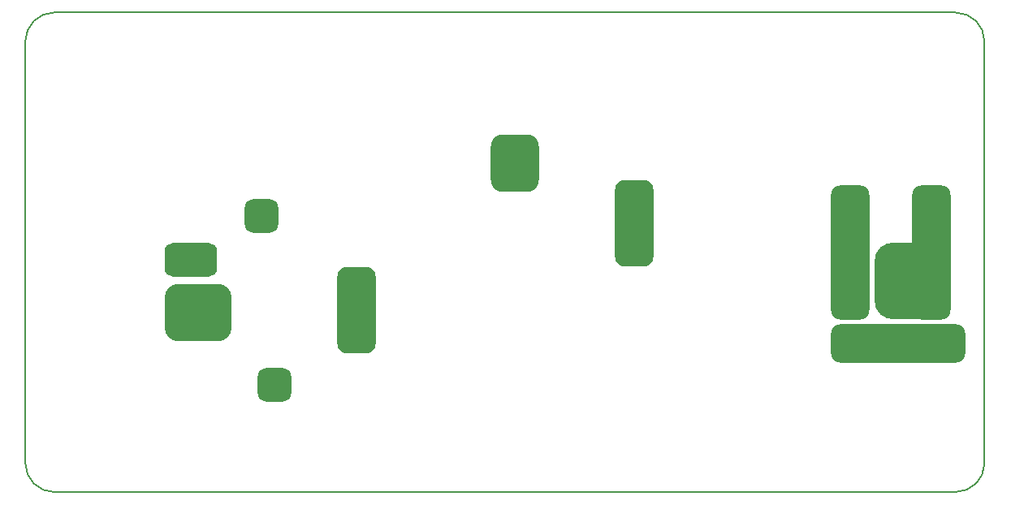
<source format=gbp>
%FSTAX43Y43*%
%MOMM*%
G71*
G01*
G75*
G04 Layer_Color=128*
%ADD10R,2.500X3.300*%
%ADD11R,1.500X1.900*%
%ADD12R,1.600X0.300*%
%ADD13R,3.400X9.700*%
%ADD14R,0.400X0.455*%
%ADD15R,1.050X1.100*%
%ADD16R,0.400X0.850*%
%ADD17C,1.500*%
%ADD18R,1.400X0.700*%
%ADD19R,3.800X4.500*%
%ADD20R,0.900X0.900*%
%ADD21R,1.700X1.700*%
%ADD22R,1.000X1.400*%
%ADD23R,1.700X1.700*%
%ADD24R,1.300X1.900*%
%ADD25R,0.650X1.600*%
%ADD26R,1.000X5.500*%
%ADD27R,1.600X3.000*%
%ADD28R,4.000X7.000*%
%ADD29R,0.300X0.800*%
%ADD30R,3.300X2.500*%
%ADD31R,1.000X1.500*%
%ADD32R,1.900X1.500*%
%ADD33R,3.000X2.500*%
%ADD34R,3.500X1.500*%
%ADD35R,0.900X1.200*%
%ADD36R,0.900X0.900*%
%ADD37R,0.455X0.400*%
%ADD38R,1.100X1.050*%
%ADD39R,0.850X0.400*%
%ADD40R,1.499X3.404*%
%ADD41R,0.600X0.600*%
%ADD42R,0.400X0.700*%
G04:AMPARAMS|DCode=43|XSize=2.51mm|YSize=2.55mm|CornerRadius=0.063mm|HoleSize=0mm|Usage=FLASHONLY|Rotation=270.000|XOffset=0mm|YOffset=0mm|HoleType=Round|Shape=RoundedRectangle|*
%AMROUNDEDRECTD43*
21,1,2.510,2.425,0,0,270.0*
21,1,2.385,2.550,0,0,270.0*
1,1,0.126,-1.212,-1.192*
1,1,0.126,-1.212,1.192*
1,1,0.126,1.212,1.192*
1,1,0.126,1.212,-1.192*
%
%ADD43ROUNDEDRECTD43*%
%ADD44R,0.753X3.600*%
%ADD45R,3.404X1.499*%
%ADD46R,0.700X0.400*%
G04:AMPARAMS|DCode=47|XSize=2.51mm|YSize=2.55mm|CornerRadius=0.063mm|HoleSize=0mm|Usage=FLASHONLY|Rotation=0.000|XOffset=0mm|YOffset=0mm|HoleType=Round|Shape=RoundedRectangle|*
%AMROUNDEDRECTD47*
21,1,2.510,2.425,0,0,0.0*
21,1,2.385,2.550,0,0,0.0*
1,1,0.126,1.192,-1.212*
1,1,0.126,-1.192,-1.212*
1,1,0.126,-1.192,1.212*
1,1,0.126,1.192,1.212*
%
%ADD47ROUNDEDRECTD47*%
%ADD48R,2.500X1.000*%
%ADD49R,1.400X1.000*%
%ADD50R,0.700X1.400*%
%ADD51R,4.500X3.800*%
%ADD52R,0.600X0.600*%
%ADD53R,4.700X1.250*%
%ADD54C,1.000*%
%ADD55C,0.600*%
%ADD56C,0.500*%
%ADD57C,0.300*%
%ADD58C,1.500*%
%ADD59C,0.900*%
%ADD60C,0.400*%
%ADD61C,1.700*%
%ADD62R,11.700X1.200*%
%ADD63R,4.000X11.800*%
%ADD64R,2.500X1.250*%
%ADD65R,2.500X7.100*%
%ADD66R,5.300X3.150*%
%ADD67R,6.100X1.000*%
%ADD68R,2.500X2.100*%
%ADD69R,13.900X1.900*%
%ADD70R,6.600X1.900*%
%ADD71R,3.200X8.500*%
%ADD72R,1.400X10.500*%
%ADD73R,3.300X1.500*%
%ADD74R,1.500X9.100*%
%ADD75R,1.100X3.875*%
%ADD76R,7.900X4.400*%
%ADD77R,3.200X0.600*%
%ADD78R,3.875X1.600*%
%ADD79R,15.400X1.900*%
%ADD80R,2.500X9.900*%
%ADD81R,3.400X4.200*%
%ADD82R,8.300X5.400*%
%ADD83R,24.000X2.700*%
%ADD84R,3.000X2.800*%
%ADD85R,2.900X11.200*%
%ADD86R,1.400X3.600*%
%ADD87R,4.200X1.450*%
%ADD88R,3.400X0.800*%
%ADD89R,1.000X9.300*%
%ADD90R,4.200X0.900*%
%ADD91R,3.400X5.700*%
%ADD92R,7.100X3.400*%
%ADD93R,4.400X8.250*%
%ADD94R,3.800X7.000*%
%ADD95R,4.400X13.600*%
%ADD96R,1.800X7.200*%
%ADD97R,5.100X10.400*%
%ADD98R,5.100X4.000*%
%ADD99R,7.200X5.500*%
%ADD100R,8.400X1.300*%
%ADD101R,6.100X3.100*%
%ADD102C,0.200*%
%ADD103R,2.000X2.000*%
%ADD104C,2.000*%
%ADD105C,0.500*%
%ADD106O,5.080X3.500*%
%ADD107O,3.000X4.000*%
%ADD108O,4.000X3.000*%
%ADD109C,0.700*%
%ADD110O,2.000X4.000*%
%ADD111C,1.700*%
%ADD112C,1.600*%
%ADD113R,1.600X1.600*%
%ADD114C,0.600*%
G04:AMPARAMS|DCode=115|XSize=14mm|YSize=4mm|CornerRadius=1mm|HoleSize=0mm|Usage=FLASHONLY|Rotation=0.000|XOffset=0mm|YOffset=0mm|HoleType=Round|Shape=RoundedRectangle|*
%AMROUNDEDRECTD115*
21,1,14.000,2.000,0,0,0.0*
21,1,12.000,4.000,0,0,0.0*
1,1,2.000,6.000,-1.000*
1,1,2.000,-6.000,-1.000*
1,1,2.000,-6.000,1.000*
1,1,2.000,6.000,1.000*
%
%ADD115ROUNDEDRECTD115*%
G04:AMPARAMS|DCode=116|XSize=14mm|YSize=4mm|CornerRadius=1mm|HoleSize=0mm|Usage=FLASHONLY|Rotation=270.000|XOffset=0mm|YOffset=0mm|HoleType=Round|Shape=RoundedRectangle|*
%AMROUNDEDRECTD116*
21,1,14.000,2.000,0,0,270.0*
21,1,12.000,4.000,0,0,270.0*
1,1,2.000,-1.000,-6.000*
1,1,2.000,-1.000,6.000*
1,1,2.000,1.000,6.000*
1,1,2.000,1.000,-6.000*
%
%ADD116ROUNDEDRECTD116*%
G04:AMPARAMS|DCode=117|XSize=8mm|YSize=8mm|CornerRadius=2mm|HoleSize=0mm|Usage=FLASHONLY|Rotation=270.000|XOffset=0mm|YOffset=0mm|HoleType=Round|Shape=RoundedRectangle|*
%AMROUNDEDRECTD117*
21,1,8.000,4.000,0,0,270.0*
21,1,4.000,8.000,0,0,270.0*
1,1,4.000,-2.000,-2.000*
1,1,4.000,-2.000,2.000*
1,1,4.000,2.000,2.000*
1,1,4.000,2.000,-2.000*
%
%ADD117ROUNDEDRECTD117*%
G04:AMPARAMS|DCode=118|XSize=9mm|YSize=4mm|CornerRadius=1mm|HoleSize=0mm|Usage=FLASHONLY|Rotation=270.000|XOffset=0mm|YOffset=0mm|HoleType=Round|Shape=RoundedRectangle|*
%AMROUNDEDRECTD118*
21,1,9.000,2.000,0,0,270.0*
21,1,7.000,4.000,0,0,270.0*
1,1,2.000,-1.000,-3.500*
1,1,2.000,-1.000,3.500*
1,1,2.000,1.000,3.500*
1,1,2.000,1.000,-3.500*
%
%ADD118ROUNDEDRECTD118*%
G04:AMPARAMS|DCode=119|XSize=3.5mm|YSize=5.5mm|CornerRadius=0.875mm|HoleSize=0mm|Usage=FLASHONLY|Rotation=270.000|XOffset=0mm|YOffset=0mm|HoleType=Round|Shape=RoundedRectangle|*
%AMROUNDEDRECTD119*
21,1,3.500,3.750,0,0,270.0*
21,1,1.750,5.500,0,0,270.0*
1,1,1.750,-1.875,-0.875*
1,1,1.750,-1.875,0.875*
1,1,1.750,1.875,0.875*
1,1,1.750,1.875,-0.875*
%
%ADD119ROUNDEDRECTD119*%
G04:AMPARAMS|DCode=120|XSize=3.5mm|YSize=3.5mm|CornerRadius=0.875mm|HoleSize=0mm|Usage=FLASHONLY|Rotation=270.000|XOffset=0mm|YOffset=0mm|HoleType=Round|Shape=RoundedRectangle|*
%AMROUNDEDRECTD120*
21,1,3.500,1.750,0,0,270.0*
21,1,1.750,3.500,0,0,270.0*
1,1,1.750,-0.875,-0.875*
1,1,1.750,-0.875,0.875*
1,1,1.750,0.875,0.875*
1,1,1.750,0.875,-0.875*
%
%ADD120ROUNDEDRECTD120*%
G04:AMPARAMS|DCode=121|XSize=6mm|YSize=5mm|CornerRadius=1.25mm|HoleSize=0mm|Usage=FLASHONLY|Rotation=270.000|XOffset=0mm|YOffset=0mm|HoleType=Round|Shape=RoundedRectangle|*
%AMROUNDEDRECTD121*
21,1,6.000,2.500,0,0,270.0*
21,1,3.500,5.000,0,0,270.0*
1,1,2.500,-1.250,-1.750*
1,1,2.500,-1.250,1.750*
1,1,2.500,1.250,1.750*
1,1,2.500,1.250,-1.750*
%
%ADD121ROUNDEDRECTD121*%
G04:AMPARAMS|DCode=122|XSize=6mm|YSize=7mm|CornerRadius=1.5mm|HoleSize=0mm|Usage=FLASHONLY|Rotation=270.000|XOffset=0mm|YOffset=0mm|HoleType=Round|Shape=RoundedRectangle|*
%AMROUNDEDRECTD122*
21,1,6.000,4.000,0,0,270.0*
21,1,3.000,7.000,0,0,270.0*
1,1,3.000,-2.000,-1.500*
1,1,3.000,-2.000,1.500*
1,1,3.000,2.000,1.500*
1,1,3.000,2.000,-1.500*
%
%ADD122ROUNDEDRECTD122*%
%ADD123C,2.000*%
%ADD124R,14.000X6.100*%
%ADD125C,0.100*%
%ADD126C,0.254*%
%ADD127C,0.152*%
%ADD128R,0.689X0.189*%
%ADD129R,2.703X3.503*%
%ADD130R,1.652X2.052*%
%ADD131C,1.703*%
%ADD132R,1.603X0.903*%
%ADD133R,4.003X4.703*%
%ADD134R,1.154X1.154*%
%ADD135R,1.903X1.903*%
%ADD136R,1.254X1.654*%
%ADD137R,1.903X1.903*%
%ADD138R,1.503X2.103*%
%ADD139R,0.853X1.803*%
%ADD140R,1.203X5.703*%
%ADD141R,1.803X3.203*%
%ADD142R,3.503X2.703*%
%ADD143R,1.254X1.754*%
%ADD144R,2.052X1.652*%
%ADD145R,3.703X1.703*%
%ADD146R,1.100X1.400*%
%ADD147R,1.154X1.154*%
%ADD148R,0.854X0.854*%
%ADD149R,0.603X0.903*%
G04:AMPARAMS|DCode=150|XSize=2.713mm|YSize=2.753mm|CornerRadius=0.164mm|HoleSize=0mm|Usage=FLASHONLY|Rotation=270.000|XOffset=0mm|YOffset=0mm|HoleType=Round|Shape=RoundedRectangle|*
%AMROUNDEDRECTD150*
21,1,2.713,2.425,0,0,270.0*
21,1,2.385,2.753,0,0,270.0*
1,1,0.329,-1.212,-1.192*
1,1,0.329,-1.212,1.192*
1,1,0.329,1.212,1.192*
1,1,0.329,1.212,-1.192*
%
%ADD150ROUNDEDRECTD150*%
%ADD151R,0.903X0.603*%
G04:AMPARAMS|DCode=152|XSize=2.713mm|YSize=2.753mm|CornerRadius=0.164mm|HoleSize=0mm|Usage=FLASHONLY|Rotation=0.000|XOffset=0mm|YOffset=0mm|HoleType=Round|Shape=RoundedRectangle|*
%AMROUNDEDRECTD152*
21,1,2.713,2.425,0,0,0.0*
21,1,2.385,2.753,0,0,0.0*
1,1,0.329,1.192,-1.212*
1,1,0.329,-1.192,-1.212*
1,1,0.329,-1.192,1.212*
1,1,0.329,1.192,1.212*
%
%ADD152ROUNDEDRECTD152*%
%ADD153R,2.703X1.203*%
%ADD154R,1.654X1.254*%
%ADD155R,0.903X1.603*%
%ADD156R,4.703X4.003*%
%ADD157R,0.854X0.854*%
%ADD158R,2.203X2.203*%
%ADD159C,2.203*%
%ADD160O,5.334X3.754*%
%ADD161O,3.200X4.200*%
%ADD162O,4.200X3.200*%
%ADD163C,0.903*%
%ADD164O,2.203X4.203*%
%ADD165C,0.703*%
%ADD166C,1.852*%
%ADD167R,1.852X1.852*%
%ADD168C,1.803*%
%ADD169R,1.803X1.803*%
G04:AMPARAMS|DCode=170|XSize=13.7mm|YSize=3.7mm|CornerRadius=0.85mm|HoleSize=0mm|Usage=FLASHONLY|Rotation=0.000|XOffset=0mm|YOffset=0mm|HoleType=Round|Shape=RoundedRectangle|*
%AMROUNDEDRECTD170*
21,1,13.700,2.000,0,0,0.0*
21,1,12.000,3.700,0,0,0.0*
1,1,1.700,6.000,-1.000*
1,1,1.700,-6.000,-1.000*
1,1,1.700,-6.000,1.000*
1,1,1.700,6.000,1.000*
%
%ADD170ROUNDEDRECTD170*%
G04:AMPARAMS|DCode=171|XSize=13.7mm|YSize=3.7mm|CornerRadius=0.85mm|HoleSize=0mm|Usage=FLASHONLY|Rotation=270.000|XOffset=0mm|YOffset=0mm|HoleType=Round|Shape=RoundedRectangle|*
%AMROUNDEDRECTD171*
21,1,13.700,2.000,0,0,270.0*
21,1,12.000,3.700,0,0,270.0*
1,1,1.700,-1.000,-6.000*
1,1,1.700,-1.000,6.000*
1,1,1.700,1.000,6.000*
1,1,1.700,1.000,-6.000*
%
%ADD171ROUNDEDRECTD171*%
G04:AMPARAMS|DCode=172|XSize=7.7mm|YSize=7.7mm|CornerRadius=1.85mm|HoleSize=0mm|Usage=FLASHONLY|Rotation=270.000|XOffset=0mm|YOffset=0mm|HoleType=Round|Shape=RoundedRectangle|*
%AMROUNDEDRECTD172*
21,1,7.700,4.000,0,0,270.0*
21,1,4.000,7.700,0,0,270.0*
1,1,3.700,-2.000,-2.000*
1,1,3.700,-2.000,2.000*
1,1,3.700,2.000,2.000*
1,1,3.700,2.000,-2.000*
%
%ADD172ROUNDEDRECTD172*%
G04:AMPARAMS|DCode=173|XSize=8.7mm|YSize=3.7mm|CornerRadius=0.85mm|HoleSize=0mm|Usage=FLASHONLY|Rotation=270.000|XOffset=0mm|YOffset=0mm|HoleType=Round|Shape=RoundedRectangle|*
%AMROUNDEDRECTD173*
21,1,8.700,2.000,0,0,270.0*
21,1,7.000,3.700,0,0,270.0*
1,1,1.700,-1.000,-3.500*
1,1,1.700,-1.000,3.500*
1,1,1.700,1.000,3.500*
1,1,1.700,1.000,-3.500*
%
%ADD173ROUNDEDRECTD173*%
G04:AMPARAMS|DCode=174|XSize=2.9mm|YSize=4.9mm|CornerRadius=0.575mm|HoleSize=0mm|Usage=FLASHONLY|Rotation=270.000|XOffset=0mm|YOffset=0mm|HoleType=Round|Shape=RoundedRectangle|*
%AMROUNDEDRECTD174*
21,1,2.900,3.750,0,0,270.0*
21,1,1.750,4.900,0,0,270.0*
1,1,1.150,-1.875,-0.875*
1,1,1.150,-1.875,0.875*
1,1,1.150,1.875,0.875*
1,1,1.150,1.875,-0.875*
%
%ADD174ROUNDEDRECTD174*%
G04:AMPARAMS|DCode=175|XSize=3mm|YSize=3mm|CornerRadius=0.625mm|HoleSize=0mm|Usage=FLASHONLY|Rotation=270.000|XOffset=0mm|YOffset=0mm|HoleType=Round|Shape=RoundedRectangle|*
%AMROUNDEDRECTD175*
21,1,3.000,1.750,0,0,270.0*
21,1,1.750,3.000,0,0,270.0*
1,1,1.250,-0.875,-0.875*
1,1,1.250,-0.875,0.875*
1,1,1.250,0.875,0.875*
1,1,1.250,0.875,-0.875*
%
%ADD175ROUNDEDRECTD175*%
G04:AMPARAMS|DCode=176|XSize=3.2mm|YSize=3.2mm|CornerRadius=0.725mm|HoleSize=0mm|Usage=FLASHONLY|Rotation=270.000|XOffset=0mm|YOffset=0mm|HoleType=Round|Shape=RoundedRectangle|*
%AMROUNDEDRECTD176*
21,1,3.200,1.750,0,0,270.0*
21,1,1.750,3.200,0,0,270.0*
1,1,1.450,-0.875,-0.875*
1,1,1.450,-0.875,0.875*
1,1,1.450,0.875,0.875*
1,1,1.450,0.875,-0.875*
%
%ADD176ROUNDEDRECTD176*%
G04:AMPARAMS|DCode=177|XSize=5.8mm|YSize=4.8mm|CornerRadius=1.15mm|HoleSize=0mm|Usage=FLASHONLY|Rotation=270.000|XOffset=0mm|YOffset=0mm|HoleType=Round|Shape=RoundedRectangle|*
%AMROUNDEDRECTD177*
21,1,5.800,2.500,0,0,270.0*
21,1,3.500,4.800,0,0,270.0*
1,1,2.300,-1.250,-1.750*
1,1,2.300,-1.250,1.750*
1,1,2.300,1.250,1.750*
1,1,2.300,1.250,-1.750*
%
%ADD177ROUNDEDRECTD177*%
G04:AMPARAMS|DCode=178|XSize=5mm|YSize=6mm|CornerRadius=1mm|HoleSize=0mm|Usage=FLASHONLY|Rotation=270.000|XOffset=0mm|YOffset=0mm|HoleType=Round|Shape=RoundedRectangle|*
%AMROUNDEDRECTD178*
21,1,5.000,4.000,0,0,270.0*
21,1,3.000,6.000,0,0,270.0*
1,1,2.000,-2.000,-1.500*
1,1,2.000,-2.000,1.500*
1,1,2.000,2.000,1.500*
1,1,2.000,2.000,-1.500*
%
%ADD178ROUNDEDRECTD178*%
D102*
X0313299Y0203571D02*
G03*
X0316299Y0206571I0J0003D01*
G01*
X0316299Y0250571D02*
G03*
X0313299Y0253571I-0003J0D01*
G01*
X0219299Y0253571D02*
G03*
X0216299Y0250571I0J-0003D01*
G01*
X0216299Y0206571D02*
G03*
X0219299Y0203571I0003J0D01*
G01*
X0219299Y0253571D02*
X0313299Y0253571D01*
X0316299Y0206571D02*
X0316299Y0250571D01*
X0219299Y0203571D02*
X0313299Y0203571D01*
X0216299Y0206571D02*
X0216299Y0250571D01*
D115*
X0307299Y0219071D02*
D03*
D116*
X0310799Y0228571D02*
D03*
X0302299Y0228571D02*
D03*
D117*
X0308799Y0225571D02*
D03*
D118*
X0250799Y0222571D02*
D03*
X0279799Y0231571D02*
D03*
D119*
X0233549Y0227771D02*
D03*
D120*
X0240897Y0232371D02*
D03*
X0242299Y0214773D02*
D03*
D121*
X0267299Y0237821D02*
D03*
D122*
X0234299Y0222246D02*
D03*
M02*

</source>
